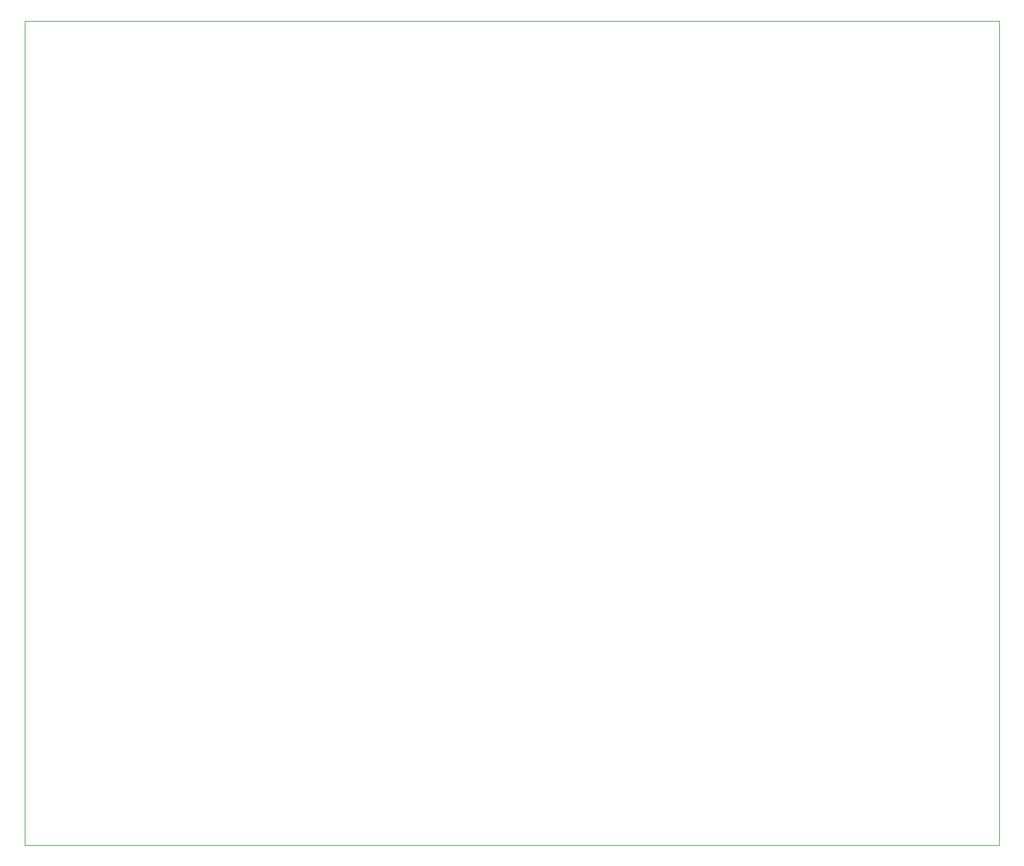
<source format=gbr>
G04 #@! TF.GenerationSoftware,KiCad,Pcbnew,(5.1.5)-3*
G04 #@! TF.CreationDate,2020-06-23T00:22:59+02:00*
G04 #@! TF.ProjectId,3D_Printer_Mainboard_STM32,33445f50-7269-46e7-9465-725f4d61696e,rev?*
G04 #@! TF.SameCoordinates,Original*
G04 #@! TF.FileFunction,Profile,NP*
%FSLAX46Y46*%
G04 Gerber Fmt 4.6, Leading zero omitted, Abs format (unit mm)*
G04 Created by KiCad (PCBNEW (5.1.5)-3) date 2020-06-23 00:22:59*
%MOMM*%
%LPD*%
G04 APERTURE LIST*
%ADD10C,0.050000*%
G04 APERTURE END LIST*
D10*
X165000000Y-35000000D02*
X165000000Y-145000000D01*
X35000000Y-145000000D02*
X165000000Y-145000000D01*
X35000000Y-35000000D02*
X35000000Y-145000000D01*
X35000000Y-35000000D02*
X165000000Y-35000000D01*
M02*

</source>
